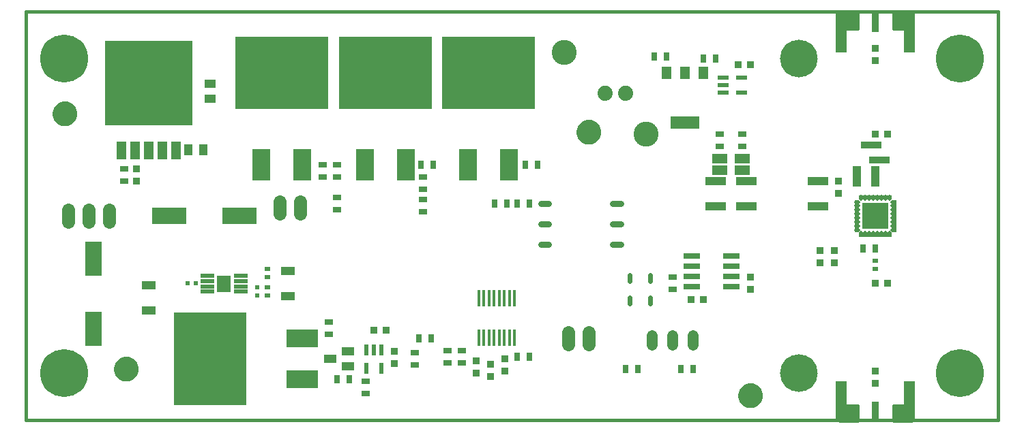
<source format=gts>
G75*
%MOIN*%
%OFA0B0*%
%FSLAX25Y25*%
%IPPOS*%
%LPD*%
%AMOC8*
5,1,8,0,0,1.08239X$1,22.5*
%
%ADD10C,0.01600*%
%ADD11R,0.06699X0.01975*%
%ADD12R,0.06502X0.07880*%
%ADD13R,0.10243X0.03943*%
%ADD14R,0.03550X0.03550*%
%ADD15R,0.06699X0.03943*%
%ADD16R,0.02369X0.02369*%
%ADD17R,0.02762X0.02369*%
%ADD18R,0.02762X0.03943*%
%ADD19R,0.10100X0.03500*%
%ADD20C,0.01969*%
%ADD21R,0.01969X0.00984*%
%ADD22R,0.00984X0.01969*%
%ADD23R,0.12802X0.12802*%
%ADD24R,0.08600X0.15400*%
%ADD25R,0.45400X0.35400*%
%ADD26R,0.15400X0.08600*%
%ADD27R,0.35400X0.45400*%
%ADD28R,0.42920X0.41384*%
%ADD29R,0.04600X0.08900*%
%ADD30R,0.03943X0.05518*%
%ADD31R,0.03943X0.02762*%
%ADD32R,0.05518X0.03943*%
%ADD33R,0.02400X0.05200*%
%ADD34R,0.01800X0.08200*%
%ADD35C,0.06400*%
%ADD36C,0.02040*%
%ADD37R,0.05912X0.04337*%
%ADD38C,0.02959*%
%ADD39R,0.05200X0.02400*%
%ADD40R,0.05124X0.05912*%
%ADD41R,0.14180X0.05912*%
%ADD42C,0.07400*%
%ADD43C,0.12211*%
%ADD44R,0.07290X0.04731*%
%ADD45R,0.04400X0.10400*%
%ADD46C,0.05200*%
%ADD47R,0.03400X0.10400*%
%ADD48R,0.05400X0.20400*%
%ADD49C,0.01000*%
%ADD50R,0.08200X0.02500*%
%ADD51R,0.08274X0.16542*%
%ADD52R,0.16542X0.08274*%
%ADD53C,0.04337*%
%ADD54C,0.05906*%
%ADD55C,0.23400*%
%ADD56C,0.18400*%
D10*
X0001800Y0027250D02*
X0476800Y0027250D01*
X0476800Y0227250D01*
X0001800Y0227250D01*
X0001800Y0027250D01*
D11*
X0090265Y0090250D03*
X0090265Y0092809D03*
X0090265Y0095368D03*
X0090265Y0097927D03*
X0106800Y0097927D03*
X0106800Y0095368D03*
X0106800Y0092809D03*
X0106800Y0090250D03*
D12*
X0098532Y0094089D03*
D13*
X0338800Y0132148D03*
X0353800Y0132148D03*
X0353800Y0144352D03*
X0338800Y0144352D03*
X0388800Y0144352D03*
X0388800Y0132148D03*
D14*
X0398800Y0138297D03*
X0398800Y0144203D03*
X0416847Y0167250D03*
X0422753Y0167250D03*
X0355753Y0201250D03*
X0349847Y0201250D03*
X0416800Y0203297D03*
X0416800Y0209203D03*
X0396800Y0110203D03*
X0389800Y0110203D03*
X0389800Y0104297D03*
X0396800Y0104297D03*
X0416847Y0094250D03*
X0422753Y0094250D03*
X0355800Y0091297D03*
X0355800Y0097203D03*
X0332753Y0086250D03*
X0326847Y0086250D03*
X0235800Y0057203D03*
X0235800Y0051297D03*
X0228800Y0048797D03*
X0221800Y0050297D03*
X0228800Y0054703D03*
X0221800Y0056203D03*
X0181800Y0055047D03*
X0181800Y0060953D03*
X0177753Y0071250D03*
X0171847Y0071250D03*
X0055800Y0144297D03*
X0055800Y0150203D03*
X0416800Y0051203D03*
X0416800Y0045297D03*
D15*
X0129800Y0088148D03*
X0129800Y0100352D03*
X0061800Y0093352D03*
X0061800Y0081148D03*
D16*
X0080831Y0094250D03*
X0084769Y0094250D03*
X0114800Y0092219D03*
X0114800Y0088281D03*
D17*
X0119800Y0088281D03*
X0119800Y0092219D03*
X0119800Y0097281D03*
X0119800Y0101219D03*
X0416800Y0101281D03*
X0416800Y0105219D03*
D18*
X0416753Y0111250D03*
X0410847Y0111250D03*
X0327753Y0052250D03*
X0321847Y0052250D03*
X0300753Y0052250D03*
X0294847Y0052250D03*
X0247753Y0058250D03*
X0241847Y0058250D03*
X0199753Y0067250D03*
X0193847Y0067250D03*
X0159753Y0047250D03*
X0153847Y0047250D03*
X0230847Y0133250D03*
X0236753Y0133250D03*
X0241847Y0133250D03*
X0247753Y0133250D03*
X0245847Y0152250D03*
X0251753Y0152250D03*
X0200753Y0152250D03*
X0194847Y0152250D03*
X0308847Y0205250D03*
X0314753Y0205250D03*
X0332847Y0204250D03*
X0338753Y0204250D03*
D19*
X0414800Y0161850D03*
X0418800Y0154650D03*
D20*
X0419753Y0136600D02*
X0419753Y0135616D01*
X0421721Y0135616D02*
X0421721Y0136600D01*
X0423690Y0136600D02*
X0423690Y0135616D01*
X0425166Y0134140D02*
X0426150Y0134140D01*
X0426150Y0132171D02*
X0425166Y0132171D01*
X0425166Y0130203D02*
X0426150Y0130203D01*
X0426150Y0128234D02*
X0425166Y0128234D01*
X0425166Y0126266D02*
X0426150Y0126266D01*
X0426150Y0124297D02*
X0425166Y0124297D01*
X0425166Y0122329D02*
X0426150Y0122329D01*
X0426150Y0120360D02*
X0425166Y0120360D01*
X0423690Y0118884D02*
X0423690Y0117900D01*
X0421721Y0117900D02*
X0421721Y0118884D01*
X0419753Y0118884D02*
X0419753Y0117900D01*
X0417784Y0117900D02*
X0417784Y0118884D01*
X0415816Y0118884D02*
X0415816Y0117900D01*
X0413847Y0117900D02*
X0413847Y0118884D01*
X0411879Y0118884D02*
X0411879Y0117900D01*
X0409910Y0117900D02*
X0409910Y0118884D01*
X0408434Y0120360D02*
X0407450Y0120360D01*
X0407450Y0122329D02*
X0408434Y0122329D01*
X0408434Y0124297D02*
X0407450Y0124297D01*
X0407450Y0126266D02*
X0408434Y0126266D01*
X0408434Y0128234D02*
X0407450Y0128234D01*
X0407450Y0130203D02*
X0408434Y0130203D01*
X0408434Y0132171D02*
X0407450Y0132171D01*
X0407450Y0134140D02*
X0408434Y0134140D01*
X0409910Y0135616D02*
X0409910Y0136600D01*
X0411879Y0136600D02*
X0411879Y0135616D01*
X0413847Y0135616D02*
X0413847Y0136600D01*
X0415816Y0136600D02*
X0415816Y0135616D01*
X0417784Y0135616D02*
X0417784Y0136600D01*
D21*
X0417784Y0137093D03*
X0415816Y0137093D03*
X0413847Y0137093D03*
X0411879Y0137093D03*
X0409910Y0137093D03*
X0419753Y0137093D03*
X0421721Y0137093D03*
X0423690Y0137093D03*
X0423690Y0117407D03*
X0421721Y0117407D03*
X0419753Y0117407D03*
X0417784Y0117407D03*
X0415816Y0117407D03*
X0413847Y0117407D03*
X0411879Y0117407D03*
X0409910Y0117407D03*
D22*
X0406957Y0120360D03*
X0406957Y0122329D03*
X0406957Y0124297D03*
X0406957Y0126266D03*
X0406957Y0128234D03*
X0406957Y0130203D03*
X0406957Y0132171D03*
X0406957Y0134140D03*
X0426643Y0134140D03*
X0426643Y0132171D03*
X0426643Y0130203D03*
X0426643Y0128234D03*
X0426643Y0126266D03*
X0426643Y0124297D03*
X0426643Y0122329D03*
X0426643Y0120360D03*
D23*
X0416800Y0127250D03*
D24*
X0237800Y0152250D03*
X0217800Y0152250D03*
X0187300Y0152250D03*
X0167300Y0152250D03*
X0136800Y0152250D03*
X0116800Y0152250D03*
D25*
X0126800Y0197250D03*
X0177300Y0197250D03*
X0227800Y0197250D03*
D26*
X0136800Y0067250D03*
X0136800Y0047250D03*
D27*
X0091800Y0057250D03*
D28*
X0061800Y0192250D03*
D29*
X0061800Y0159450D03*
X0055100Y0159450D03*
X0048400Y0159450D03*
X0068500Y0159450D03*
X0075200Y0159450D03*
D30*
X0081060Y0159650D03*
X0088540Y0159650D03*
D31*
X0049800Y0150203D03*
X0049800Y0144297D03*
X0146800Y0146297D03*
X0153800Y0146297D03*
X0153800Y0152203D03*
X0146800Y0152203D03*
X0153800Y0136203D03*
X0153800Y0130297D03*
X0195800Y0129297D03*
X0195800Y0135203D03*
X0195800Y0140297D03*
X0195800Y0146203D03*
X0317800Y0097203D03*
X0317800Y0091297D03*
X0214800Y0061203D03*
X0207800Y0061203D03*
X0207800Y0055297D03*
X0214800Y0055297D03*
X0191800Y0054297D03*
X0191800Y0060203D03*
X0167800Y0046203D03*
X0167800Y0040297D03*
X0149800Y0069297D03*
X0149800Y0075203D03*
X0340800Y0161297D03*
X0340800Y0167203D03*
X0351800Y0167203D03*
X0351800Y0161297D03*
D32*
X0091800Y0184510D03*
X0091800Y0191990D03*
D33*
X0168060Y0061750D03*
X0171800Y0061750D03*
X0175540Y0061750D03*
X0175540Y0052750D03*
X0168060Y0052750D03*
D34*
X0223050Y0067550D03*
X0225550Y0067550D03*
X0228050Y0067550D03*
X0230550Y0067550D03*
X0233050Y0067550D03*
X0235550Y0067550D03*
X0238050Y0067550D03*
X0240550Y0067550D03*
X0240550Y0086950D03*
X0238050Y0086950D03*
X0235550Y0086950D03*
X0233050Y0086950D03*
X0230550Y0086950D03*
X0228050Y0086950D03*
X0225550Y0086950D03*
X0223050Y0086950D03*
D35*
X0266800Y0070250D02*
X0266800Y0064250D01*
X0276800Y0064250D02*
X0276800Y0070250D01*
X0135800Y0128250D02*
X0135800Y0134250D01*
X0125800Y0134250D02*
X0125800Y0128250D01*
X0042400Y0130250D02*
X0042400Y0124250D01*
X0032400Y0124250D02*
X0032400Y0130250D01*
X0022400Y0130250D02*
X0022400Y0124250D01*
D36*
X0296980Y0098430D02*
X0296980Y0095070D01*
X0296620Y0095070D01*
X0296620Y0098430D01*
X0296980Y0098430D01*
X0296980Y0097109D02*
X0296620Y0097109D01*
X0306980Y0098430D02*
X0306980Y0095070D01*
X0306620Y0095070D01*
X0306620Y0098430D01*
X0306980Y0098430D01*
X0306980Y0097109D02*
X0306620Y0097109D01*
X0306980Y0087430D02*
X0306980Y0084070D01*
X0306620Y0084070D01*
X0306620Y0087430D01*
X0306980Y0087430D01*
X0306980Y0086109D02*
X0306620Y0086109D01*
X0296980Y0087430D02*
X0296980Y0084070D01*
X0296620Y0084070D01*
X0296620Y0087430D01*
X0296980Y0087430D01*
X0296980Y0086109D02*
X0296620Y0086109D01*
D37*
X0159131Y0060990D03*
X0150469Y0057250D03*
X0159131Y0053510D03*
D38*
X0253311Y0113250D02*
X0257249Y0113250D01*
X0257249Y0113250D01*
X0253311Y0113250D01*
X0253311Y0113250D01*
X0253311Y0123250D02*
X0257249Y0123250D01*
X0257249Y0123250D01*
X0253311Y0123250D01*
X0253311Y0123250D01*
X0253311Y0133250D02*
X0257249Y0133250D01*
X0257249Y0133250D01*
X0253311Y0133250D01*
X0253311Y0133250D01*
X0288351Y0133250D02*
X0292289Y0133250D01*
X0292289Y0133250D01*
X0288351Y0133250D01*
X0288351Y0133250D01*
X0288351Y0123250D02*
X0292289Y0123250D01*
X0292289Y0123250D01*
X0288351Y0123250D01*
X0288351Y0123250D01*
X0288351Y0113250D02*
X0292289Y0113250D01*
X0292289Y0113250D01*
X0288351Y0113250D01*
X0288351Y0113250D01*
D39*
X0342300Y0187510D03*
X0342300Y0191250D03*
X0342300Y0194990D03*
X0351300Y0194990D03*
X0351300Y0187510D03*
D40*
X0332898Y0197451D03*
X0323800Y0197451D03*
X0314702Y0197451D03*
D41*
X0323800Y0173049D03*
D42*
X0294800Y0187250D03*
X0284800Y0187250D03*
D43*
X0264800Y0207250D03*
X0304800Y0167250D03*
D44*
X0340800Y0155250D03*
X0340800Y0149738D03*
X0351627Y0149738D03*
X0351627Y0155250D03*
D45*
X0407800Y0146750D03*
X0416800Y0146750D03*
D46*
X0327800Y0068650D02*
X0327800Y0063850D01*
X0317800Y0063850D02*
X0317800Y0068650D01*
X0307800Y0068650D02*
X0307800Y0063850D01*
D47*
X0416800Y0031250D03*
X0416800Y0222250D03*
D48*
X0433550Y0217250D03*
X0400050Y0217250D03*
X0400050Y0036250D03*
X0433550Y0036250D03*
D49*
X0434650Y0036237D02*
X0432100Y0036237D01*
X0432100Y0037235D02*
X0434650Y0037235D01*
X0434650Y0038150D02*
X0434650Y0026750D01*
X0425300Y0026750D01*
X0425300Y0034750D01*
X0432100Y0034750D01*
X0432100Y0038150D01*
X0434650Y0038150D01*
X0434650Y0035238D02*
X0432100Y0035238D01*
X0434650Y0034240D02*
X0425300Y0034240D01*
X0425300Y0033241D02*
X0434650Y0033241D01*
X0434650Y0032243D02*
X0425300Y0032243D01*
X0425300Y0031244D02*
X0434650Y0031244D01*
X0434650Y0030246D02*
X0425300Y0030246D01*
X0425300Y0029247D02*
X0434650Y0029247D01*
X0434650Y0028249D02*
X0425300Y0028249D01*
X0425300Y0027250D02*
X0434650Y0027250D01*
X0408300Y0027250D02*
X0398950Y0027250D01*
X0398950Y0026750D02*
X0408300Y0026750D01*
X0408300Y0034750D01*
X0401500Y0034750D01*
X0401500Y0040700D01*
X0398950Y0040700D01*
X0398950Y0026750D01*
X0398950Y0028249D02*
X0408300Y0028249D01*
X0408300Y0029247D02*
X0398950Y0029247D01*
X0398950Y0030246D02*
X0408300Y0030246D01*
X0408300Y0031244D02*
X0398950Y0031244D01*
X0398950Y0032243D02*
X0408300Y0032243D01*
X0408300Y0033241D02*
X0398950Y0033241D01*
X0398950Y0034240D02*
X0408300Y0034240D01*
X0401500Y0035238D02*
X0398950Y0035238D01*
X0398950Y0036237D02*
X0401500Y0036237D01*
X0401500Y0037235D02*
X0398950Y0037235D01*
X0398950Y0038234D02*
X0401500Y0038234D01*
X0401500Y0039232D02*
X0398950Y0039232D01*
X0398950Y0040231D02*
X0401500Y0040231D01*
X0432100Y0212800D02*
X0432100Y0218750D01*
X0425300Y0218750D01*
X0425300Y0226750D01*
X0434650Y0226750D01*
X0434650Y0212800D01*
X0432100Y0212800D01*
X0432100Y0212973D02*
X0434650Y0212973D01*
X0434650Y0213972D02*
X0432100Y0213972D01*
X0432100Y0214970D02*
X0434650Y0214970D01*
X0434650Y0215969D02*
X0432100Y0215969D01*
X0432100Y0216967D02*
X0434650Y0216967D01*
X0434650Y0217966D02*
X0432100Y0217966D01*
X0434650Y0218964D02*
X0425300Y0218964D01*
X0425300Y0219963D02*
X0434650Y0219963D01*
X0434650Y0220961D02*
X0425300Y0220961D01*
X0425300Y0221960D02*
X0434650Y0221960D01*
X0434650Y0222958D02*
X0425300Y0222958D01*
X0425300Y0223957D02*
X0434650Y0223957D01*
X0434650Y0224955D02*
X0425300Y0224955D01*
X0425300Y0225954D02*
X0434650Y0225954D01*
X0408300Y0225954D02*
X0398950Y0225954D01*
X0398950Y0226750D02*
X0408300Y0226750D01*
X0408300Y0218750D01*
X0401500Y0218750D01*
X0401500Y0215350D01*
X0398950Y0215350D01*
X0398950Y0226750D01*
X0398950Y0224955D02*
X0408300Y0224955D01*
X0408300Y0223957D02*
X0398950Y0223957D01*
X0398950Y0222958D02*
X0408300Y0222958D01*
X0408300Y0221960D02*
X0398950Y0221960D01*
X0398950Y0220961D02*
X0408300Y0220961D01*
X0408300Y0219963D02*
X0398950Y0219963D01*
X0398950Y0218964D02*
X0408300Y0218964D01*
X0401500Y0217966D02*
X0398950Y0217966D01*
X0398950Y0216967D02*
X0401500Y0216967D01*
X0401500Y0215969D02*
X0398950Y0215969D01*
D50*
X0346500Y0107750D03*
X0346500Y0102750D03*
X0346500Y0097750D03*
X0346500Y0092750D03*
X0327100Y0092750D03*
X0327100Y0097750D03*
X0327100Y0102750D03*
X0327100Y0107750D03*
D51*
X0034800Y0106376D03*
X0034800Y0072124D03*
D52*
X0071674Y0127250D03*
X0105926Y0127250D03*
D53*
X0020800Y0177250D03*
X0050800Y0052250D03*
X0276800Y0168250D03*
X0355800Y0039250D03*
D54*
X0352847Y0039250D02*
X0352849Y0039358D01*
X0352855Y0039467D01*
X0352865Y0039575D01*
X0352879Y0039682D01*
X0352897Y0039789D01*
X0352918Y0039896D01*
X0352944Y0040001D01*
X0352974Y0040106D01*
X0353007Y0040209D01*
X0353044Y0040311D01*
X0353085Y0040411D01*
X0353129Y0040510D01*
X0353178Y0040608D01*
X0353229Y0040703D01*
X0353284Y0040796D01*
X0353343Y0040888D01*
X0353405Y0040977D01*
X0353470Y0041064D01*
X0353538Y0041148D01*
X0353609Y0041230D01*
X0353683Y0041309D01*
X0353760Y0041385D01*
X0353840Y0041459D01*
X0353923Y0041529D01*
X0354008Y0041597D01*
X0354095Y0041661D01*
X0354185Y0041722D01*
X0354277Y0041780D01*
X0354371Y0041834D01*
X0354467Y0041885D01*
X0354564Y0041932D01*
X0354664Y0041976D01*
X0354765Y0042016D01*
X0354867Y0042052D01*
X0354970Y0042084D01*
X0355075Y0042113D01*
X0355181Y0042137D01*
X0355287Y0042158D01*
X0355394Y0042175D01*
X0355502Y0042188D01*
X0355610Y0042197D01*
X0355719Y0042202D01*
X0355827Y0042203D01*
X0355936Y0042200D01*
X0356044Y0042193D01*
X0356152Y0042182D01*
X0356259Y0042167D01*
X0356366Y0042148D01*
X0356472Y0042125D01*
X0356577Y0042099D01*
X0356682Y0042068D01*
X0356784Y0042034D01*
X0356886Y0041996D01*
X0356986Y0041954D01*
X0357085Y0041909D01*
X0357182Y0041860D01*
X0357276Y0041807D01*
X0357369Y0041751D01*
X0357460Y0041692D01*
X0357549Y0041629D01*
X0357635Y0041564D01*
X0357719Y0041495D01*
X0357800Y0041423D01*
X0357878Y0041348D01*
X0357954Y0041270D01*
X0358027Y0041189D01*
X0358097Y0041106D01*
X0358163Y0041021D01*
X0358227Y0040933D01*
X0358287Y0040842D01*
X0358344Y0040750D01*
X0358397Y0040655D01*
X0358447Y0040559D01*
X0358493Y0040461D01*
X0358536Y0040361D01*
X0358575Y0040260D01*
X0358610Y0040157D01*
X0358642Y0040054D01*
X0358669Y0039949D01*
X0358693Y0039843D01*
X0358713Y0039736D01*
X0358729Y0039629D01*
X0358741Y0039521D01*
X0358749Y0039413D01*
X0358753Y0039304D01*
X0358753Y0039196D01*
X0358749Y0039087D01*
X0358741Y0038979D01*
X0358729Y0038871D01*
X0358713Y0038764D01*
X0358693Y0038657D01*
X0358669Y0038551D01*
X0358642Y0038446D01*
X0358610Y0038343D01*
X0358575Y0038240D01*
X0358536Y0038139D01*
X0358493Y0038039D01*
X0358447Y0037941D01*
X0358397Y0037845D01*
X0358344Y0037750D01*
X0358287Y0037658D01*
X0358227Y0037567D01*
X0358163Y0037479D01*
X0358097Y0037394D01*
X0358027Y0037311D01*
X0357954Y0037230D01*
X0357878Y0037152D01*
X0357800Y0037077D01*
X0357719Y0037005D01*
X0357635Y0036936D01*
X0357549Y0036871D01*
X0357460Y0036808D01*
X0357369Y0036749D01*
X0357277Y0036693D01*
X0357182Y0036640D01*
X0357085Y0036591D01*
X0356986Y0036546D01*
X0356886Y0036504D01*
X0356784Y0036466D01*
X0356682Y0036432D01*
X0356577Y0036401D01*
X0356472Y0036375D01*
X0356366Y0036352D01*
X0356259Y0036333D01*
X0356152Y0036318D01*
X0356044Y0036307D01*
X0355936Y0036300D01*
X0355827Y0036297D01*
X0355719Y0036298D01*
X0355610Y0036303D01*
X0355502Y0036312D01*
X0355394Y0036325D01*
X0355287Y0036342D01*
X0355181Y0036363D01*
X0355075Y0036387D01*
X0354970Y0036416D01*
X0354867Y0036448D01*
X0354765Y0036484D01*
X0354664Y0036524D01*
X0354564Y0036568D01*
X0354467Y0036615D01*
X0354371Y0036666D01*
X0354277Y0036720D01*
X0354185Y0036778D01*
X0354095Y0036839D01*
X0354008Y0036903D01*
X0353923Y0036971D01*
X0353840Y0037041D01*
X0353760Y0037115D01*
X0353683Y0037191D01*
X0353609Y0037270D01*
X0353538Y0037352D01*
X0353470Y0037436D01*
X0353405Y0037523D01*
X0353343Y0037612D01*
X0353284Y0037704D01*
X0353229Y0037797D01*
X0353178Y0037892D01*
X0353129Y0037990D01*
X0353085Y0038089D01*
X0353044Y0038189D01*
X0353007Y0038291D01*
X0352974Y0038394D01*
X0352944Y0038499D01*
X0352918Y0038604D01*
X0352897Y0038711D01*
X0352879Y0038818D01*
X0352865Y0038925D01*
X0352855Y0039033D01*
X0352849Y0039142D01*
X0352847Y0039250D01*
X0273847Y0168250D02*
X0273849Y0168358D01*
X0273855Y0168467D01*
X0273865Y0168575D01*
X0273879Y0168682D01*
X0273897Y0168789D01*
X0273918Y0168896D01*
X0273944Y0169001D01*
X0273974Y0169106D01*
X0274007Y0169209D01*
X0274044Y0169311D01*
X0274085Y0169411D01*
X0274129Y0169510D01*
X0274178Y0169608D01*
X0274229Y0169703D01*
X0274284Y0169796D01*
X0274343Y0169888D01*
X0274405Y0169977D01*
X0274470Y0170064D01*
X0274538Y0170148D01*
X0274609Y0170230D01*
X0274683Y0170309D01*
X0274760Y0170385D01*
X0274840Y0170459D01*
X0274923Y0170529D01*
X0275008Y0170597D01*
X0275095Y0170661D01*
X0275185Y0170722D01*
X0275277Y0170780D01*
X0275371Y0170834D01*
X0275467Y0170885D01*
X0275564Y0170932D01*
X0275664Y0170976D01*
X0275765Y0171016D01*
X0275867Y0171052D01*
X0275970Y0171084D01*
X0276075Y0171113D01*
X0276181Y0171137D01*
X0276287Y0171158D01*
X0276394Y0171175D01*
X0276502Y0171188D01*
X0276610Y0171197D01*
X0276719Y0171202D01*
X0276827Y0171203D01*
X0276936Y0171200D01*
X0277044Y0171193D01*
X0277152Y0171182D01*
X0277259Y0171167D01*
X0277366Y0171148D01*
X0277472Y0171125D01*
X0277577Y0171099D01*
X0277682Y0171068D01*
X0277784Y0171034D01*
X0277886Y0170996D01*
X0277986Y0170954D01*
X0278085Y0170909D01*
X0278182Y0170860D01*
X0278276Y0170807D01*
X0278369Y0170751D01*
X0278460Y0170692D01*
X0278549Y0170629D01*
X0278635Y0170564D01*
X0278719Y0170495D01*
X0278800Y0170423D01*
X0278878Y0170348D01*
X0278954Y0170270D01*
X0279027Y0170189D01*
X0279097Y0170106D01*
X0279163Y0170021D01*
X0279227Y0169933D01*
X0279287Y0169842D01*
X0279344Y0169750D01*
X0279397Y0169655D01*
X0279447Y0169559D01*
X0279493Y0169461D01*
X0279536Y0169361D01*
X0279575Y0169260D01*
X0279610Y0169157D01*
X0279642Y0169054D01*
X0279669Y0168949D01*
X0279693Y0168843D01*
X0279713Y0168736D01*
X0279729Y0168629D01*
X0279741Y0168521D01*
X0279749Y0168413D01*
X0279753Y0168304D01*
X0279753Y0168196D01*
X0279749Y0168087D01*
X0279741Y0167979D01*
X0279729Y0167871D01*
X0279713Y0167764D01*
X0279693Y0167657D01*
X0279669Y0167551D01*
X0279642Y0167446D01*
X0279610Y0167343D01*
X0279575Y0167240D01*
X0279536Y0167139D01*
X0279493Y0167039D01*
X0279447Y0166941D01*
X0279397Y0166845D01*
X0279344Y0166750D01*
X0279287Y0166658D01*
X0279227Y0166567D01*
X0279163Y0166479D01*
X0279097Y0166394D01*
X0279027Y0166311D01*
X0278954Y0166230D01*
X0278878Y0166152D01*
X0278800Y0166077D01*
X0278719Y0166005D01*
X0278635Y0165936D01*
X0278549Y0165871D01*
X0278460Y0165808D01*
X0278369Y0165749D01*
X0278277Y0165693D01*
X0278182Y0165640D01*
X0278085Y0165591D01*
X0277986Y0165546D01*
X0277886Y0165504D01*
X0277784Y0165466D01*
X0277682Y0165432D01*
X0277577Y0165401D01*
X0277472Y0165375D01*
X0277366Y0165352D01*
X0277259Y0165333D01*
X0277152Y0165318D01*
X0277044Y0165307D01*
X0276936Y0165300D01*
X0276827Y0165297D01*
X0276719Y0165298D01*
X0276610Y0165303D01*
X0276502Y0165312D01*
X0276394Y0165325D01*
X0276287Y0165342D01*
X0276181Y0165363D01*
X0276075Y0165387D01*
X0275970Y0165416D01*
X0275867Y0165448D01*
X0275765Y0165484D01*
X0275664Y0165524D01*
X0275564Y0165568D01*
X0275467Y0165615D01*
X0275371Y0165666D01*
X0275277Y0165720D01*
X0275185Y0165778D01*
X0275095Y0165839D01*
X0275008Y0165903D01*
X0274923Y0165971D01*
X0274840Y0166041D01*
X0274760Y0166115D01*
X0274683Y0166191D01*
X0274609Y0166270D01*
X0274538Y0166352D01*
X0274470Y0166436D01*
X0274405Y0166523D01*
X0274343Y0166612D01*
X0274284Y0166704D01*
X0274229Y0166797D01*
X0274178Y0166892D01*
X0274129Y0166990D01*
X0274085Y0167089D01*
X0274044Y0167189D01*
X0274007Y0167291D01*
X0273974Y0167394D01*
X0273944Y0167499D01*
X0273918Y0167604D01*
X0273897Y0167711D01*
X0273879Y0167818D01*
X0273865Y0167925D01*
X0273855Y0168033D01*
X0273849Y0168142D01*
X0273847Y0168250D01*
X0047847Y0052250D02*
X0047849Y0052358D01*
X0047855Y0052467D01*
X0047865Y0052575D01*
X0047879Y0052682D01*
X0047897Y0052789D01*
X0047918Y0052896D01*
X0047944Y0053001D01*
X0047974Y0053106D01*
X0048007Y0053209D01*
X0048044Y0053311D01*
X0048085Y0053411D01*
X0048129Y0053510D01*
X0048178Y0053608D01*
X0048229Y0053703D01*
X0048284Y0053796D01*
X0048343Y0053888D01*
X0048405Y0053977D01*
X0048470Y0054064D01*
X0048538Y0054148D01*
X0048609Y0054230D01*
X0048683Y0054309D01*
X0048760Y0054385D01*
X0048840Y0054459D01*
X0048923Y0054529D01*
X0049008Y0054597D01*
X0049095Y0054661D01*
X0049185Y0054722D01*
X0049277Y0054780D01*
X0049371Y0054834D01*
X0049467Y0054885D01*
X0049564Y0054932D01*
X0049664Y0054976D01*
X0049765Y0055016D01*
X0049867Y0055052D01*
X0049970Y0055084D01*
X0050075Y0055113D01*
X0050181Y0055137D01*
X0050287Y0055158D01*
X0050394Y0055175D01*
X0050502Y0055188D01*
X0050610Y0055197D01*
X0050719Y0055202D01*
X0050827Y0055203D01*
X0050936Y0055200D01*
X0051044Y0055193D01*
X0051152Y0055182D01*
X0051259Y0055167D01*
X0051366Y0055148D01*
X0051472Y0055125D01*
X0051577Y0055099D01*
X0051682Y0055068D01*
X0051784Y0055034D01*
X0051886Y0054996D01*
X0051986Y0054954D01*
X0052085Y0054909D01*
X0052182Y0054860D01*
X0052276Y0054807D01*
X0052369Y0054751D01*
X0052460Y0054692D01*
X0052549Y0054629D01*
X0052635Y0054564D01*
X0052719Y0054495D01*
X0052800Y0054423D01*
X0052878Y0054348D01*
X0052954Y0054270D01*
X0053027Y0054189D01*
X0053097Y0054106D01*
X0053163Y0054021D01*
X0053227Y0053933D01*
X0053287Y0053842D01*
X0053344Y0053750D01*
X0053397Y0053655D01*
X0053447Y0053559D01*
X0053493Y0053461D01*
X0053536Y0053361D01*
X0053575Y0053260D01*
X0053610Y0053157D01*
X0053642Y0053054D01*
X0053669Y0052949D01*
X0053693Y0052843D01*
X0053713Y0052736D01*
X0053729Y0052629D01*
X0053741Y0052521D01*
X0053749Y0052413D01*
X0053753Y0052304D01*
X0053753Y0052196D01*
X0053749Y0052087D01*
X0053741Y0051979D01*
X0053729Y0051871D01*
X0053713Y0051764D01*
X0053693Y0051657D01*
X0053669Y0051551D01*
X0053642Y0051446D01*
X0053610Y0051343D01*
X0053575Y0051240D01*
X0053536Y0051139D01*
X0053493Y0051039D01*
X0053447Y0050941D01*
X0053397Y0050845D01*
X0053344Y0050750D01*
X0053287Y0050658D01*
X0053227Y0050567D01*
X0053163Y0050479D01*
X0053097Y0050394D01*
X0053027Y0050311D01*
X0052954Y0050230D01*
X0052878Y0050152D01*
X0052800Y0050077D01*
X0052719Y0050005D01*
X0052635Y0049936D01*
X0052549Y0049871D01*
X0052460Y0049808D01*
X0052369Y0049749D01*
X0052277Y0049693D01*
X0052182Y0049640D01*
X0052085Y0049591D01*
X0051986Y0049546D01*
X0051886Y0049504D01*
X0051784Y0049466D01*
X0051682Y0049432D01*
X0051577Y0049401D01*
X0051472Y0049375D01*
X0051366Y0049352D01*
X0051259Y0049333D01*
X0051152Y0049318D01*
X0051044Y0049307D01*
X0050936Y0049300D01*
X0050827Y0049297D01*
X0050719Y0049298D01*
X0050610Y0049303D01*
X0050502Y0049312D01*
X0050394Y0049325D01*
X0050287Y0049342D01*
X0050181Y0049363D01*
X0050075Y0049387D01*
X0049970Y0049416D01*
X0049867Y0049448D01*
X0049765Y0049484D01*
X0049664Y0049524D01*
X0049564Y0049568D01*
X0049467Y0049615D01*
X0049371Y0049666D01*
X0049277Y0049720D01*
X0049185Y0049778D01*
X0049095Y0049839D01*
X0049008Y0049903D01*
X0048923Y0049971D01*
X0048840Y0050041D01*
X0048760Y0050115D01*
X0048683Y0050191D01*
X0048609Y0050270D01*
X0048538Y0050352D01*
X0048470Y0050436D01*
X0048405Y0050523D01*
X0048343Y0050612D01*
X0048284Y0050704D01*
X0048229Y0050797D01*
X0048178Y0050892D01*
X0048129Y0050990D01*
X0048085Y0051089D01*
X0048044Y0051189D01*
X0048007Y0051291D01*
X0047974Y0051394D01*
X0047944Y0051499D01*
X0047918Y0051604D01*
X0047897Y0051711D01*
X0047879Y0051818D01*
X0047865Y0051925D01*
X0047855Y0052033D01*
X0047849Y0052142D01*
X0047847Y0052250D01*
X0017847Y0177250D02*
X0017849Y0177358D01*
X0017855Y0177467D01*
X0017865Y0177575D01*
X0017879Y0177682D01*
X0017897Y0177789D01*
X0017918Y0177896D01*
X0017944Y0178001D01*
X0017974Y0178106D01*
X0018007Y0178209D01*
X0018044Y0178311D01*
X0018085Y0178411D01*
X0018129Y0178510D01*
X0018178Y0178608D01*
X0018229Y0178703D01*
X0018284Y0178796D01*
X0018343Y0178888D01*
X0018405Y0178977D01*
X0018470Y0179064D01*
X0018538Y0179148D01*
X0018609Y0179230D01*
X0018683Y0179309D01*
X0018760Y0179385D01*
X0018840Y0179459D01*
X0018923Y0179529D01*
X0019008Y0179597D01*
X0019095Y0179661D01*
X0019185Y0179722D01*
X0019277Y0179780D01*
X0019371Y0179834D01*
X0019467Y0179885D01*
X0019564Y0179932D01*
X0019664Y0179976D01*
X0019765Y0180016D01*
X0019867Y0180052D01*
X0019970Y0180084D01*
X0020075Y0180113D01*
X0020181Y0180137D01*
X0020287Y0180158D01*
X0020394Y0180175D01*
X0020502Y0180188D01*
X0020610Y0180197D01*
X0020719Y0180202D01*
X0020827Y0180203D01*
X0020936Y0180200D01*
X0021044Y0180193D01*
X0021152Y0180182D01*
X0021259Y0180167D01*
X0021366Y0180148D01*
X0021472Y0180125D01*
X0021577Y0180099D01*
X0021682Y0180068D01*
X0021784Y0180034D01*
X0021886Y0179996D01*
X0021986Y0179954D01*
X0022085Y0179909D01*
X0022182Y0179860D01*
X0022276Y0179807D01*
X0022369Y0179751D01*
X0022460Y0179692D01*
X0022549Y0179629D01*
X0022635Y0179564D01*
X0022719Y0179495D01*
X0022800Y0179423D01*
X0022878Y0179348D01*
X0022954Y0179270D01*
X0023027Y0179189D01*
X0023097Y0179106D01*
X0023163Y0179021D01*
X0023227Y0178933D01*
X0023287Y0178842D01*
X0023344Y0178750D01*
X0023397Y0178655D01*
X0023447Y0178559D01*
X0023493Y0178461D01*
X0023536Y0178361D01*
X0023575Y0178260D01*
X0023610Y0178157D01*
X0023642Y0178054D01*
X0023669Y0177949D01*
X0023693Y0177843D01*
X0023713Y0177736D01*
X0023729Y0177629D01*
X0023741Y0177521D01*
X0023749Y0177413D01*
X0023753Y0177304D01*
X0023753Y0177196D01*
X0023749Y0177087D01*
X0023741Y0176979D01*
X0023729Y0176871D01*
X0023713Y0176764D01*
X0023693Y0176657D01*
X0023669Y0176551D01*
X0023642Y0176446D01*
X0023610Y0176343D01*
X0023575Y0176240D01*
X0023536Y0176139D01*
X0023493Y0176039D01*
X0023447Y0175941D01*
X0023397Y0175845D01*
X0023344Y0175750D01*
X0023287Y0175658D01*
X0023227Y0175567D01*
X0023163Y0175479D01*
X0023097Y0175394D01*
X0023027Y0175311D01*
X0022954Y0175230D01*
X0022878Y0175152D01*
X0022800Y0175077D01*
X0022719Y0175005D01*
X0022635Y0174936D01*
X0022549Y0174871D01*
X0022460Y0174808D01*
X0022369Y0174749D01*
X0022277Y0174693D01*
X0022182Y0174640D01*
X0022085Y0174591D01*
X0021986Y0174546D01*
X0021886Y0174504D01*
X0021784Y0174466D01*
X0021682Y0174432D01*
X0021577Y0174401D01*
X0021472Y0174375D01*
X0021366Y0174352D01*
X0021259Y0174333D01*
X0021152Y0174318D01*
X0021044Y0174307D01*
X0020936Y0174300D01*
X0020827Y0174297D01*
X0020719Y0174298D01*
X0020610Y0174303D01*
X0020502Y0174312D01*
X0020394Y0174325D01*
X0020287Y0174342D01*
X0020181Y0174363D01*
X0020075Y0174387D01*
X0019970Y0174416D01*
X0019867Y0174448D01*
X0019765Y0174484D01*
X0019664Y0174524D01*
X0019564Y0174568D01*
X0019467Y0174615D01*
X0019371Y0174666D01*
X0019277Y0174720D01*
X0019185Y0174778D01*
X0019095Y0174839D01*
X0019008Y0174903D01*
X0018923Y0174971D01*
X0018840Y0175041D01*
X0018760Y0175115D01*
X0018683Y0175191D01*
X0018609Y0175270D01*
X0018538Y0175352D01*
X0018470Y0175436D01*
X0018405Y0175523D01*
X0018343Y0175612D01*
X0018284Y0175704D01*
X0018229Y0175797D01*
X0018178Y0175892D01*
X0018129Y0175990D01*
X0018085Y0176089D01*
X0018044Y0176189D01*
X0018007Y0176291D01*
X0017974Y0176394D01*
X0017944Y0176499D01*
X0017918Y0176604D01*
X0017897Y0176711D01*
X0017879Y0176818D01*
X0017865Y0176925D01*
X0017855Y0177033D01*
X0017849Y0177142D01*
X0017847Y0177250D01*
D55*
X0020550Y0204250D03*
X0020550Y0050250D03*
X0458050Y0050250D03*
X0458050Y0204250D03*
D56*
X0379300Y0204250D03*
X0379300Y0050250D03*
M02*

</source>
